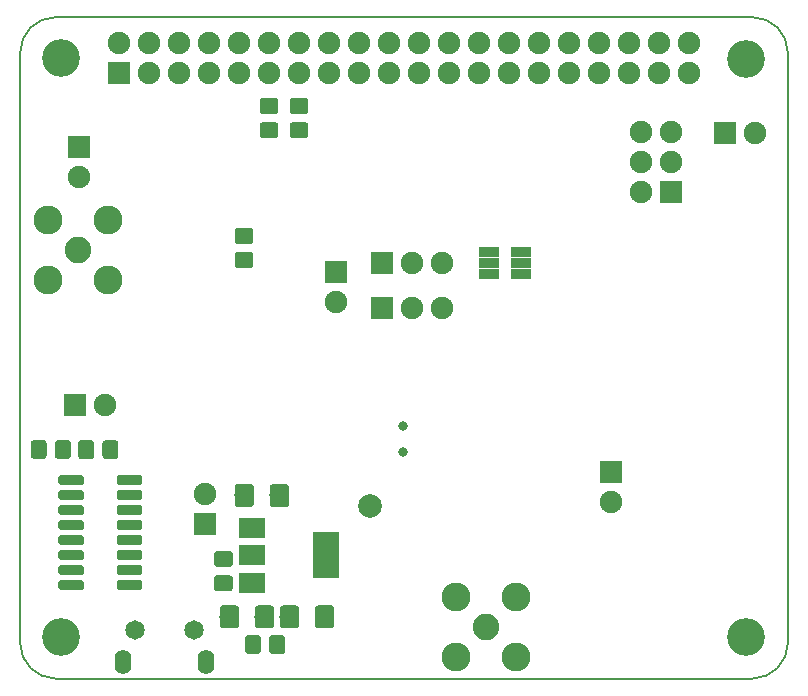
<source format=gbs>
G04 #@! TF.GenerationSoftware,KiCad,Pcbnew,(5.1.4)-1*
G04 #@! TF.CreationDate,2019-11-05T17:53:01+05:30*
G04 #@! TF.ProjectId,RPi Hat RF Transmitter V1,52506920-4861-4742-9052-46205472616e,rev?*
G04 #@! TF.SameCoordinates,Original*
G04 #@! TF.FileFunction,Soldermask,Bot*
G04 #@! TF.FilePolarity,Negative*
%FSLAX46Y46*%
G04 Gerber Fmt 4.6, Leading zero omitted, Abs format (unit mm)*
G04 Created by KiCad (PCBNEW (5.1.4)-1) date 2019-11-05 17:53:01*
%MOMM*%
%LPD*%
G04 APERTURE LIST*
%ADD10C,0.150000*%
%ADD11C,2.000000*%
%ADD12O,1.900000X1.900000*%
%ADD13R,1.900000X1.900000*%
%ADD14R,1.760000X0.850000*%
%ADD15R,2.200000X1.700000*%
%ADD16R,2.200000X4.000000*%
%ADD17C,0.100000*%
%ADD18C,1.350000*%
%ADD19C,0.810000*%
%ADD20C,1.625000*%
%ADD21C,2.450000*%
%ADD22C,2.250000*%
%ADD23C,0.800000*%
%ADD24O,1.400000X2.100000*%
%ADD25C,1.650000*%
%ADD26C,3.200000*%
G04 APERTURE END LIST*
D10*
X78546356Y-63817611D02*
X78546356Y-113817611D01*
X140546356Y-60817611D02*
X81546356Y-60817611D01*
X143546351Y-113822847D02*
X143546356Y-63817611D01*
X81546356Y-116817611D02*
X140546356Y-116817611D01*
X78546356Y-63817611D02*
G75*
G02X81546356Y-60817611I3000000J0D01*
G01*
X140546356Y-60817611D02*
G75*
G02X143546356Y-63817611I0J-3000000D01*
G01*
X81546356Y-116817611D02*
G75*
G02X78546356Y-113817611I0J3000000D01*
G01*
X143546351Y-113822847D02*
G75*
G02X140546356Y-116817611I-2999995J5236D01*
G01*
D11*
X108180000Y-102200000D03*
D12*
X131140000Y-70580000D03*
X133680000Y-70580000D03*
X131140000Y-73120000D03*
X133680000Y-73120000D03*
X131140000Y-75660000D03*
D13*
X133680000Y-75660000D03*
D14*
X120950000Y-81640000D03*
X120950000Y-82590000D03*
X120950000Y-80690000D03*
X118250000Y-80690000D03*
X118250000Y-81640000D03*
X118250000Y-82590000D03*
D15*
X98170000Y-108700000D03*
X98170000Y-104100000D03*
X98170000Y-106400000D03*
D16*
X104470000Y-106400000D03*
D17*
G36*
X96295289Y-108076413D02*
G01*
X96323778Y-108080639D01*
X96351715Y-108087637D01*
X96378832Y-108097340D01*
X96404867Y-108109653D01*
X96429570Y-108124460D01*
X96452703Y-108141616D01*
X96474043Y-108160957D01*
X96493384Y-108182297D01*
X96510540Y-108205430D01*
X96525347Y-108230133D01*
X96537660Y-108256168D01*
X96547363Y-108283285D01*
X96554361Y-108311222D01*
X96558587Y-108339711D01*
X96560000Y-108368477D01*
X96560000Y-109131523D01*
X96558587Y-109160289D01*
X96554361Y-109188778D01*
X96547363Y-109216715D01*
X96537660Y-109243832D01*
X96525347Y-109269867D01*
X96510540Y-109294570D01*
X96493384Y-109317703D01*
X96474043Y-109339043D01*
X96452703Y-109358384D01*
X96429570Y-109375540D01*
X96404867Y-109390347D01*
X96378832Y-109402660D01*
X96351715Y-109412363D01*
X96323778Y-109419361D01*
X96295289Y-109423587D01*
X96266523Y-109425000D01*
X95253477Y-109425000D01*
X95224711Y-109423587D01*
X95196222Y-109419361D01*
X95168285Y-109412363D01*
X95141168Y-109402660D01*
X95115133Y-109390347D01*
X95090430Y-109375540D01*
X95067297Y-109358384D01*
X95045957Y-109339043D01*
X95026616Y-109317703D01*
X95009460Y-109294570D01*
X94994653Y-109269867D01*
X94982340Y-109243832D01*
X94972637Y-109216715D01*
X94965639Y-109188778D01*
X94961413Y-109160289D01*
X94960000Y-109131523D01*
X94960000Y-108368477D01*
X94961413Y-108339711D01*
X94965639Y-108311222D01*
X94972637Y-108283285D01*
X94982340Y-108256168D01*
X94994653Y-108230133D01*
X95009460Y-108205430D01*
X95026616Y-108182297D01*
X95045957Y-108160957D01*
X95067297Y-108141616D01*
X95090430Y-108124460D01*
X95115133Y-108109653D01*
X95141168Y-108097340D01*
X95168285Y-108087637D01*
X95196222Y-108080639D01*
X95224711Y-108076413D01*
X95253477Y-108075000D01*
X96266523Y-108075000D01*
X96295289Y-108076413D01*
X96295289Y-108076413D01*
G37*
D18*
X95760000Y-108750000D03*
D17*
G36*
X96295289Y-106026413D02*
G01*
X96323778Y-106030639D01*
X96351715Y-106037637D01*
X96378832Y-106047340D01*
X96404867Y-106059653D01*
X96429570Y-106074460D01*
X96452703Y-106091616D01*
X96474043Y-106110957D01*
X96493384Y-106132297D01*
X96510540Y-106155430D01*
X96525347Y-106180133D01*
X96537660Y-106206168D01*
X96547363Y-106233285D01*
X96554361Y-106261222D01*
X96558587Y-106289711D01*
X96560000Y-106318477D01*
X96560000Y-107081523D01*
X96558587Y-107110289D01*
X96554361Y-107138778D01*
X96547363Y-107166715D01*
X96537660Y-107193832D01*
X96525347Y-107219867D01*
X96510540Y-107244570D01*
X96493384Y-107267703D01*
X96474043Y-107289043D01*
X96452703Y-107308384D01*
X96429570Y-107325540D01*
X96404867Y-107340347D01*
X96378832Y-107352660D01*
X96351715Y-107362363D01*
X96323778Y-107369361D01*
X96295289Y-107373587D01*
X96266523Y-107375000D01*
X95253477Y-107375000D01*
X95224711Y-107373587D01*
X95196222Y-107369361D01*
X95168285Y-107362363D01*
X95141168Y-107352660D01*
X95115133Y-107340347D01*
X95090430Y-107325540D01*
X95067297Y-107308384D01*
X95045957Y-107289043D01*
X95026616Y-107267703D01*
X95009460Y-107244570D01*
X94994653Y-107219867D01*
X94982340Y-107193832D01*
X94972637Y-107166715D01*
X94965639Y-107138778D01*
X94961413Y-107110289D01*
X94960000Y-107081523D01*
X94960000Y-106318477D01*
X94961413Y-106289711D01*
X94965639Y-106261222D01*
X94972637Y-106233285D01*
X94982340Y-106206168D01*
X94994653Y-106180133D01*
X95009460Y-106155430D01*
X95026616Y-106132297D01*
X95045957Y-106110957D01*
X95067297Y-106091616D01*
X95090430Y-106074460D01*
X95115133Y-106059653D01*
X95141168Y-106047340D01*
X95168285Y-106037637D01*
X95196222Y-106030639D01*
X95224711Y-106026413D01*
X95253477Y-106025000D01*
X96266523Y-106025000D01*
X96295289Y-106026413D01*
X96295289Y-106026413D01*
G37*
D18*
X95760000Y-106700000D03*
D17*
G36*
X98670289Y-113141413D02*
G01*
X98698778Y-113145639D01*
X98726715Y-113152637D01*
X98753832Y-113162340D01*
X98779867Y-113174653D01*
X98804570Y-113189460D01*
X98827703Y-113206616D01*
X98849043Y-113225957D01*
X98868384Y-113247297D01*
X98885540Y-113270430D01*
X98900347Y-113295133D01*
X98912660Y-113321168D01*
X98922363Y-113348285D01*
X98929361Y-113376222D01*
X98933587Y-113404711D01*
X98935000Y-113433477D01*
X98935000Y-114446523D01*
X98933587Y-114475289D01*
X98929361Y-114503778D01*
X98922363Y-114531715D01*
X98912660Y-114558832D01*
X98900347Y-114584867D01*
X98885540Y-114609570D01*
X98868384Y-114632703D01*
X98849043Y-114654043D01*
X98827703Y-114673384D01*
X98804570Y-114690540D01*
X98779867Y-114705347D01*
X98753832Y-114717660D01*
X98726715Y-114727363D01*
X98698778Y-114734361D01*
X98670289Y-114738587D01*
X98641523Y-114740000D01*
X97878477Y-114740000D01*
X97849711Y-114738587D01*
X97821222Y-114734361D01*
X97793285Y-114727363D01*
X97766168Y-114717660D01*
X97740133Y-114705347D01*
X97715430Y-114690540D01*
X97692297Y-114673384D01*
X97670957Y-114654043D01*
X97651616Y-114632703D01*
X97634460Y-114609570D01*
X97619653Y-114584867D01*
X97607340Y-114558832D01*
X97597637Y-114531715D01*
X97590639Y-114503778D01*
X97586413Y-114475289D01*
X97585000Y-114446523D01*
X97585000Y-113433477D01*
X97586413Y-113404711D01*
X97590639Y-113376222D01*
X97597637Y-113348285D01*
X97607340Y-113321168D01*
X97619653Y-113295133D01*
X97634460Y-113270430D01*
X97651616Y-113247297D01*
X97670957Y-113225957D01*
X97692297Y-113206616D01*
X97715430Y-113189460D01*
X97740133Y-113174653D01*
X97766168Y-113162340D01*
X97793285Y-113152637D01*
X97821222Y-113145639D01*
X97849711Y-113141413D01*
X97878477Y-113140000D01*
X98641523Y-113140000D01*
X98670289Y-113141413D01*
X98670289Y-113141413D01*
G37*
D18*
X98260000Y-113940000D03*
D17*
G36*
X100720289Y-113141413D02*
G01*
X100748778Y-113145639D01*
X100776715Y-113152637D01*
X100803832Y-113162340D01*
X100829867Y-113174653D01*
X100854570Y-113189460D01*
X100877703Y-113206616D01*
X100899043Y-113225957D01*
X100918384Y-113247297D01*
X100935540Y-113270430D01*
X100950347Y-113295133D01*
X100962660Y-113321168D01*
X100972363Y-113348285D01*
X100979361Y-113376222D01*
X100983587Y-113404711D01*
X100985000Y-113433477D01*
X100985000Y-114446523D01*
X100983587Y-114475289D01*
X100979361Y-114503778D01*
X100972363Y-114531715D01*
X100962660Y-114558832D01*
X100950347Y-114584867D01*
X100935540Y-114609570D01*
X100918384Y-114632703D01*
X100899043Y-114654043D01*
X100877703Y-114673384D01*
X100854570Y-114690540D01*
X100829867Y-114705347D01*
X100803832Y-114717660D01*
X100776715Y-114727363D01*
X100748778Y-114734361D01*
X100720289Y-114738587D01*
X100691523Y-114740000D01*
X99928477Y-114740000D01*
X99899711Y-114738587D01*
X99871222Y-114734361D01*
X99843285Y-114727363D01*
X99816168Y-114717660D01*
X99790133Y-114705347D01*
X99765430Y-114690540D01*
X99742297Y-114673384D01*
X99720957Y-114654043D01*
X99701616Y-114632703D01*
X99684460Y-114609570D01*
X99669653Y-114584867D01*
X99657340Y-114558832D01*
X99647637Y-114531715D01*
X99640639Y-114503778D01*
X99636413Y-114475289D01*
X99635000Y-114446523D01*
X99635000Y-113433477D01*
X99636413Y-113404711D01*
X99640639Y-113376222D01*
X99647637Y-113348285D01*
X99657340Y-113321168D01*
X99669653Y-113295133D01*
X99684460Y-113270430D01*
X99701616Y-113247297D01*
X99720957Y-113225957D01*
X99742297Y-113206616D01*
X99765430Y-113189460D01*
X99790133Y-113174653D01*
X99816168Y-113162340D01*
X99843285Y-113152637D01*
X99871222Y-113145639D01*
X99899711Y-113141413D01*
X99928477Y-113140000D01*
X100691523Y-113140000D01*
X100720289Y-113141413D01*
X100720289Y-113141413D01*
G37*
D18*
X100310000Y-113940000D03*
D17*
G36*
X84550289Y-96641413D02*
G01*
X84578778Y-96645639D01*
X84606715Y-96652637D01*
X84633832Y-96662340D01*
X84659867Y-96674653D01*
X84684570Y-96689460D01*
X84707703Y-96706616D01*
X84729043Y-96725957D01*
X84748384Y-96747297D01*
X84765540Y-96770430D01*
X84780347Y-96795133D01*
X84792660Y-96821168D01*
X84802363Y-96848285D01*
X84809361Y-96876222D01*
X84813587Y-96904711D01*
X84815000Y-96933477D01*
X84815000Y-97946523D01*
X84813587Y-97975289D01*
X84809361Y-98003778D01*
X84802363Y-98031715D01*
X84792660Y-98058832D01*
X84780347Y-98084867D01*
X84765540Y-98109570D01*
X84748384Y-98132703D01*
X84729043Y-98154043D01*
X84707703Y-98173384D01*
X84684570Y-98190540D01*
X84659867Y-98205347D01*
X84633832Y-98217660D01*
X84606715Y-98227363D01*
X84578778Y-98234361D01*
X84550289Y-98238587D01*
X84521523Y-98240000D01*
X83758477Y-98240000D01*
X83729711Y-98238587D01*
X83701222Y-98234361D01*
X83673285Y-98227363D01*
X83646168Y-98217660D01*
X83620133Y-98205347D01*
X83595430Y-98190540D01*
X83572297Y-98173384D01*
X83550957Y-98154043D01*
X83531616Y-98132703D01*
X83514460Y-98109570D01*
X83499653Y-98084867D01*
X83487340Y-98058832D01*
X83477637Y-98031715D01*
X83470639Y-98003778D01*
X83466413Y-97975289D01*
X83465000Y-97946523D01*
X83465000Y-96933477D01*
X83466413Y-96904711D01*
X83470639Y-96876222D01*
X83477637Y-96848285D01*
X83487340Y-96821168D01*
X83499653Y-96795133D01*
X83514460Y-96770430D01*
X83531616Y-96747297D01*
X83550957Y-96725957D01*
X83572297Y-96706616D01*
X83595430Y-96689460D01*
X83620133Y-96674653D01*
X83646168Y-96662340D01*
X83673285Y-96652637D01*
X83701222Y-96645639D01*
X83729711Y-96641413D01*
X83758477Y-96640000D01*
X84521523Y-96640000D01*
X84550289Y-96641413D01*
X84550289Y-96641413D01*
G37*
D18*
X84140000Y-97440000D03*
D17*
G36*
X86600289Y-96641413D02*
G01*
X86628778Y-96645639D01*
X86656715Y-96652637D01*
X86683832Y-96662340D01*
X86709867Y-96674653D01*
X86734570Y-96689460D01*
X86757703Y-96706616D01*
X86779043Y-96725957D01*
X86798384Y-96747297D01*
X86815540Y-96770430D01*
X86830347Y-96795133D01*
X86842660Y-96821168D01*
X86852363Y-96848285D01*
X86859361Y-96876222D01*
X86863587Y-96904711D01*
X86865000Y-96933477D01*
X86865000Y-97946523D01*
X86863587Y-97975289D01*
X86859361Y-98003778D01*
X86852363Y-98031715D01*
X86842660Y-98058832D01*
X86830347Y-98084867D01*
X86815540Y-98109570D01*
X86798384Y-98132703D01*
X86779043Y-98154043D01*
X86757703Y-98173384D01*
X86734570Y-98190540D01*
X86709867Y-98205347D01*
X86683832Y-98217660D01*
X86656715Y-98227363D01*
X86628778Y-98234361D01*
X86600289Y-98238587D01*
X86571523Y-98240000D01*
X85808477Y-98240000D01*
X85779711Y-98238587D01*
X85751222Y-98234361D01*
X85723285Y-98227363D01*
X85696168Y-98217660D01*
X85670133Y-98205347D01*
X85645430Y-98190540D01*
X85622297Y-98173384D01*
X85600957Y-98154043D01*
X85581616Y-98132703D01*
X85564460Y-98109570D01*
X85549653Y-98084867D01*
X85537340Y-98058832D01*
X85527637Y-98031715D01*
X85520639Y-98003778D01*
X85516413Y-97975289D01*
X85515000Y-97946523D01*
X85515000Y-96933477D01*
X85516413Y-96904711D01*
X85520639Y-96876222D01*
X85527637Y-96848285D01*
X85537340Y-96821168D01*
X85549653Y-96795133D01*
X85564460Y-96770430D01*
X85581616Y-96747297D01*
X85600957Y-96725957D01*
X85622297Y-96706616D01*
X85645430Y-96689460D01*
X85670133Y-96674653D01*
X85696168Y-96662340D01*
X85723285Y-96652637D01*
X85751222Y-96645639D01*
X85779711Y-96641413D01*
X85808477Y-96640000D01*
X86571523Y-96640000D01*
X86600289Y-96641413D01*
X86600289Y-96641413D01*
G37*
D18*
X86190000Y-97440000D03*
D17*
G36*
X102695289Y-69711413D02*
G01*
X102723778Y-69715639D01*
X102751715Y-69722637D01*
X102778832Y-69732340D01*
X102804867Y-69744653D01*
X102829570Y-69759460D01*
X102852703Y-69776616D01*
X102874043Y-69795957D01*
X102893384Y-69817297D01*
X102910540Y-69840430D01*
X102925347Y-69865133D01*
X102937660Y-69891168D01*
X102947363Y-69918285D01*
X102954361Y-69946222D01*
X102958587Y-69974711D01*
X102960000Y-70003477D01*
X102960000Y-70766523D01*
X102958587Y-70795289D01*
X102954361Y-70823778D01*
X102947363Y-70851715D01*
X102937660Y-70878832D01*
X102925347Y-70904867D01*
X102910540Y-70929570D01*
X102893384Y-70952703D01*
X102874043Y-70974043D01*
X102852703Y-70993384D01*
X102829570Y-71010540D01*
X102804867Y-71025347D01*
X102778832Y-71037660D01*
X102751715Y-71047363D01*
X102723778Y-71054361D01*
X102695289Y-71058587D01*
X102666523Y-71060000D01*
X101653477Y-71060000D01*
X101624711Y-71058587D01*
X101596222Y-71054361D01*
X101568285Y-71047363D01*
X101541168Y-71037660D01*
X101515133Y-71025347D01*
X101490430Y-71010540D01*
X101467297Y-70993384D01*
X101445957Y-70974043D01*
X101426616Y-70952703D01*
X101409460Y-70929570D01*
X101394653Y-70904867D01*
X101382340Y-70878832D01*
X101372637Y-70851715D01*
X101365639Y-70823778D01*
X101361413Y-70795289D01*
X101360000Y-70766523D01*
X101360000Y-70003477D01*
X101361413Y-69974711D01*
X101365639Y-69946222D01*
X101372637Y-69918285D01*
X101382340Y-69891168D01*
X101394653Y-69865133D01*
X101409460Y-69840430D01*
X101426616Y-69817297D01*
X101445957Y-69795957D01*
X101467297Y-69776616D01*
X101490430Y-69759460D01*
X101515133Y-69744653D01*
X101541168Y-69732340D01*
X101568285Y-69722637D01*
X101596222Y-69715639D01*
X101624711Y-69711413D01*
X101653477Y-69710000D01*
X102666523Y-69710000D01*
X102695289Y-69711413D01*
X102695289Y-69711413D01*
G37*
D18*
X102160000Y-70385000D03*
D17*
G36*
X102695289Y-67661413D02*
G01*
X102723778Y-67665639D01*
X102751715Y-67672637D01*
X102778832Y-67682340D01*
X102804867Y-67694653D01*
X102829570Y-67709460D01*
X102852703Y-67726616D01*
X102874043Y-67745957D01*
X102893384Y-67767297D01*
X102910540Y-67790430D01*
X102925347Y-67815133D01*
X102937660Y-67841168D01*
X102947363Y-67868285D01*
X102954361Y-67896222D01*
X102958587Y-67924711D01*
X102960000Y-67953477D01*
X102960000Y-68716523D01*
X102958587Y-68745289D01*
X102954361Y-68773778D01*
X102947363Y-68801715D01*
X102937660Y-68828832D01*
X102925347Y-68854867D01*
X102910540Y-68879570D01*
X102893384Y-68902703D01*
X102874043Y-68924043D01*
X102852703Y-68943384D01*
X102829570Y-68960540D01*
X102804867Y-68975347D01*
X102778832Y-68987660D01*
X102751715Y-68997363D01*
X102723778Y-69004361D01*
X102695289Y-69008587D01*
X102666523Y-69010000D01*
X101653477Y-69010000D01*
X101624711Y-69008587D01*
X101596222Y-69004361D01*
X101568285Y-68997363D01*
X101541168Y-68987660D01*
X101515133Y-68975347D01*
X101490430Y-68960540D01*
X101467297Y-68943384D01*
X101445957Y-68924043D01*
X101426616Y-68902703D01*
X101409460Y-68879570D01*
X101394653Y-68854867D01*
X101382340Y-68828832D01*
X101372637Y-68801715D01*
X101365639Y-68773778D01*
X101361413Y-68745289D01*
X101360000Y-68716523D01*
X101360000Y-67953477D01*
X101361413Y-67924711D01*
X101365639Y-67896222D01*
X101372637Y-67868285D01*
X101382340Y-67841168D01*
X101394653Y-67815133D01*
X101409460Y-67790430D01*
X101426616Y-67767297D01*
X101445957Y-67745957D01*
X101467297Y-67726616D01*
X101490430Y-67709460D01*
X101515133Y-67694653D01*
X101541168Y-67682340D01*
X101568285Y-67672637D01*
X101596222Y-67665639D01*
X101624711Y-67661413D01*
X101653477Y-67660000D01*
X102666523Y-67660000D01*
X102695289Y-67661413D01*
X102695289Y-67661413D01*
G37*
D18*
X102160000Y-68335000D03*
D17*
G36*
X100155289Y-69711413D02*
G01*
X100183778Y-69715639D01*
X100211715Y-69722637D01*
X100238832Y-69732340D01*
X100264867Y-69744653D01*
X100289570Y-69759460D01*
X100312703Y-69776616D01*
X100334043Y-69795957D01*
X100353384Y-69817297D01*
X100370540Y-69840430D01*
X100385347Y-69865133D01*
X100397660Y-69891168D01*
X100407363Y-69918285D01*
X100414361Y-69946222D01*
X100418587Y-69974711D01*
X100420000Y-70003477D01*
X100420000Y-70766523D01*
X100418587Y-70795289D01*
X100414361Y-70823778D01*
X100407363Y-70851715D01*
X100397660Y-70878832D01*
X100385347Y-70904867D01*
X100370540Y-70929570D01*
X100353384Y-70952703D01*
X100334043Y-70974043D01*
X100312703Y-70993384D01*
X100289570Y-71010540D01*
X100264867Y-71025347D01*
X100238832Y-71037660D01*
X100211715Y-71047363D01*
X100183778Y-71054361D01*
X100155289Y-71058587D01*
X100126523Y-71060000D01*
X99113477Y-71060000D01*
X99084711Y-71058587D01*
X99056222Y-71054361D01*
X99028285Y-71047363D01*
X99001168Y-71037660D01*
X98975133Y-71025347D01*
X98950430Y-71010540D01*
X98927297Y-70993384D01*
X98905957Y-70974043D01*
X98886616Y-70952703D01*
X98869460Y-70929570D01*
X98854653Y-70904867D01*
X98842340Y-70878832D01*
X98832637Y-70851715D01*
X98825639Y-70823778D01*
X98821413Y-70795289D01*
X98820000Y-70766523D01*
X98820000Y-70003477D01*
X98821413Y-69974711D01*
X98825639Y-69946222D01*
X98832637Y-69918285D01*
X98842340Y-69891168D01*
X98854653Y-69865133D01*
X98869460Y-69840430D01*
X98886616Y-69817297D01*
X98905957Y-69795957D01*
X98927297Y-69776616D01*
X98950430Y-69759460D01*
X98975133Y-69744653D01*
X99001168Y-69732340D01*
X99028285Y-69722637D01*
X99056222Y-69715639D01*
X99084711Y-69711413D01*
X99113477Y-69710000D01*
X100126523Y-69710000D01*
X100155289Y-69711413D01*
X100155289Y-69711413D01*
G37*
D18*
X99620000Y-70385000D03*
D17*
G36*
X100155289Y-67661413D02*
G01*
X100183778Y-67665639D01*
X100211715Y-67672637D01*
X100238832Y-67682340D01*
X100264867Y-67694653D01*
X100289570Y-67709460D01*
X100312703Y-67726616D01*
X100334043Y-67745957D01*
X100353384Y-67767297D01*
X100370540Y-67790430D01*
X100385347Y-67815133D01*
X100397660Y-67841168D01*
X100407363Y-67868285D01*
X100414361Y-67896222D01*
X100418587Y-67924711D01*
X100420000Y-67953477D01*
X100420000Y-68716523D01*
X100418587Y-68745289D01*
X100414361Y-68773778D01*
X100407363Y-68801715D01*
X100397660Y-68828832D01*
X100385347Y-68854867D01*
X100370540Y-68879570D01*
X100353384Y-68902703D01*
X100334043Y-68924043D01*
X100312703Y-68943384D01*
X100289570Y-68960540D01*
X100264867Y-68975347D01*
X100238832Y-68987660D01*
X100211715Y-68997363D01*
X100183778Y-69004361D01*
X100155289Y-69008587D01*
X100126523Y-69010000D01*
X99113477Y-69010000D01*
X99084711Y-69008587D01*
X99056222Y-69004361D01*
X99028285Y-68997363D01*
X99001168Y-68987660D01*
X98975133Y-68975347D01*
X98950430Y-68960540D01*
X98927297Y-68943384D01*
X98905957Y-68924043D01*
X98886616Y-68902703D01*
X98869460Y-68879570D01*
X98854653Y-68854867D01*
X98842340Y-68828832D01*
X98832637Y-68801715D01*
X98825639Y-68773778D01*
X98821413Y-68745289D01*
X98820000Y-68716523D01*
X98820000Y-67953477D01*
X98821413Y-67924711D01*
X98825639Y-67896222D01*
X98832637Y-67868285D01*
X98842340Y-67841168D01*
X98854653Y-67815133D01*
X98869460Y-67790430D01*
X98886616Y-67767297D01*
X98905957Y-67745957D01*
X98927297Y-67726616D01*
X98950430Y-67709460D01*
X98975133Y-67694653D01*
X99001168Y-67682340D01*
X99028285Y-67672637D01*
X99056222Y-67665639D01*
X99084711Y-67661413D01*
X99113477Y-67660000D01*
X100126523Y-67660000D01*
X100155289Y-67661413D01*
X100155289Y-67661413D01*
G37*
D18*
X99620000Y-68335000D03*
D17*
G36*
X98035289Y-80711413D02*
G01*
X98063778Y-80715639D01*
X98091715Y-80722637D01*
X98118832Y-80732340D01*
X98144867Y-80744653D01*
X98169570Y-80759460D01*
X98192703Y-80776616D01*
X98214043Y-80795957D01*
X98233384Y-80817297D01*
X98250540Y-80840430D01*
X98265347Y-80865133D01*
X98277660Y-80891168D01*
X98287363Y-80918285D01*
X98294361Y-80946222D01*
X98298587Y-80974711D01*
X98300000Y-81003477D01*
X98300000Y-81766523D01*
X98298587Y-81795289D01*
X98294361Y-81823778D01*
X98287363Y-81851715D01*
X98277660Y-81878832D01*
X98265347Y-81904867D01*
X98250540Y-81929570D01*
X98233384Y-81952703D01*
X98214043Y-81974043D01*
X98192703Y-81993384D01*
X98169570Y-82010540D01*
X98144867Y-82025347D01*
X98118832Y-82037660D01*
X98091715Y-82047363D01*
X98063778Y-82054361D01*
X98035289Y-82058587D01*
X98006523Y-82060000D01*
X96993477Y-82060000D01*
X96964711Y-82058587D01*
X96936222Y-82054361D01*
X96908285Y-82047363D01*
X96881168Y-82037660D01*
X96855133Y-82025347D01*
X96830430Y-82010540D01*
X96807297Y-81993384D01*
X96785957Y-81974043D01*
X96766616Y-81952703D01*
X96749460Y-81929570D01*
X96734653Y-81904867D01*
X96722340Y-81878832D01*
X96712637Y-81851715D01*
X96705639Y-81823778D01*
X96701413Y-81795289D01*
X96700000Y-81766523D01*
X96700000Y-81003477D01*
X96701413Y-80974711D01*
X96705639Y-80946222D01*
X96712637Y-80918285D01*
X96722340Y-80891168D01*
X96734653Y-80865133D01*
X96749460Y-80840430D01*
X96766616Y-80817297D01*
X96785957Y-80795957D01*
X96807297Y-80776616D01*
X96830430Y-80759460D01*
X96855133Y-80744653D01*
X96881168Y-80732340D01*
X96908285Y-80722637D01*
X96936222Y-80715639D01*
X96964711Y-80711413D01*
X96993477Y-80710000D01*
X98006523Y-80710000D01*
X98035289Y-80711413D01*
X98035289Y-80711413D01*
G37*
D18*
X97500000Y-81385000D03*
D17*
G36*
X98035289Y-78661413D02*
G01*
X98063778Y-78665639D01*
X98091715Y-78672637D01*
X98118832Y-78682340D01*
X98144867Y-78694653D01*
X98169570Y-78709460D01*
X98192703Y-78726616D01*
X98214043Y-78745957D01*
X98233384Y-78767297D01*
X98250540Y-78790430D01*
X98265347Y-78815133D01*
X98277660Y-78841168D01*
X98287363Y-78868285D01*
X98294361Y-78896222D01*
X98298587Y-78924711D01*
X98300000Y-78953477D01*
X98300000Y-79716523D01*
X98298587Y-79745289D01*
X98294361Y-79773778D01*
X98287363Y-79801715D01*
X98277660Y-79828832D01*
X98265347Y-79854867D01*
X98250540Y-79879570D01*
X98233384Y-79902703D01*
X98214043Y-79924043D01*
X98192703Y-79943384D01*
X98169570Y-79960540D01*
X98144867Y-79975347D01*
X98118832Y-79987660D01*
X98091715Y-79997363D01*
X98063778Y-80004361D01*
X98035289Y-80008587D01*
X98006523Y-80010000D01*
X96993477Y-80010000D01*
X96964711Y-80008587D01*
X96936222Y-80004361D01*
X96908285Y-79997363D01*
X96881168Y-79987660D01*
X96855133Y-79975347D01*
X96830430Y-79960540D01*
X96807297Y-79943384D01*
X96785957Y-79924043D01*
X96766616Y-79902703D01*
X96749460Y-79879570D01*
X96734653Y-79854867D01*
X96722340Y-79828832D01*
X96712637Y-79801715D01*
X96705639Y-79773778D01*
X96701413Y-79745289D01*
X96700000Y-79716523D01*
X96700000Y-78953477D01*
X96701413Y-78924711D01*
X96705639Y-78896222D01*
X96712637Y-78868285D01*
X96722340Y-78841168D01*
X96734653Y-78815133D01*
X96749460Y-78790430D01*
X96766616Y-78767297D01*
X96785957Y-78745957D01*
X96807297Y-78726616D01*
X96830430Y-78709460D01*
X96855133Y-78694653D01*
X96881168Y-78682340D01*
X96908285Y-78672637D01*
X96936222Y-78665639D01*
X96964711Y-78661413D01*
X96993477Y-78660000D01*
X98006523Y-78660000D01*
X98035289Y-78661413D01*
X98035289Y-78661413D01*
G37*
D18*
X97500000Y-79335000D03*
D12*
X105320000Y-84980000D03*
D13*
X105320000Y-82440000D03*
D12*
X83500000Y-74380000D03*
D13*
X83500000Y-71840000D03*
D19*
X110960000Y-95415000D03*
X110960000Y-97625000D03*
D17*
G36*
X101907856Y-110626373D02*
G01*
X101935530Y-110630478D01*
X101962669Y-110637276D01*
X101989010Y-110646701D01*
X102014302Y-110658663D01*
X102038298Y-110673046D01*
X102060770Y-110689712D01*
X102081500Y-110708500D01*
X102100288Y-110729230D01*
X102116954Y-110751702D01*
X102131337Y-110775698D01*
X102143299Y-110800990D01*
X102152724Y-110827331D01*
X102159522Y-110854470D01*
X102163627Y-110882144D01*
X102165000Y-110910088D01*
X102165000Y-112289912D01*
X102163627Y-112317856D01*
X102159522Y-112345530D01*
X102152724Y-112372669D01*
X102143299Y-112399010D01*
X102131337Y-112424302D01*
X102116954Y-112448298D01*
X102100288Y-112470770D01*
X102081500Y-112491500D01*
X102060770Y-112510288D01*
X102038298Y-112526954D01*
X102014302Y-112541337D01*
X101989010Y-112553299D01*
X101962669Y-112562724D01*
X101935530Y-112569522D01*
X101907856Y-112573627D01*
X101879912Y-112575000D01*
X100825088Y-112575000D01*
X100797144Y-112573627D01*
X100769470Y-112569522D01*
X100742331Y-112562724D01*
X100715990Y-112553299D01*
X100690698Y-112541337D01*
X100666702Y-112526954D01*
X100644230Y-112510288D01*
X100623500Y-112491500D01*
X100604712Y-112470770D01*
X100588046Y-112448298D01*
X100573663Y-112424302D01*
X100561701Y-112399010D01*
X100552276Y-112372669D01*
X100545478Y-112345530D01*
X100541373Y-112317856D01*
X100540000Y-112289912D01*
X100540000Y-110910088D01*
X100541373Y-110882144D01*
X100545478Y-110854470D01*
X100552276Y-110827331D01*
X100561701Y-110800990D01*
X100573663Y-110775698D01*
X100588046Y-110751702D01*
X100604712Y-110729230D01*
X100623500Y-110708500D01*
X100644230Y-110689712D01*
X100666702Y-110673046D01*
X100690698Y-110658663D01*
X100715990Y-110646701D01*
X100742331Y-110637276D01*
X100769470Y-110630478D01*
X100797144Y-110626373D01*
X100825088Y-110625000D01*
X101879912Y-110625000D01*
X101907856Y-110626373D01*
X101907856Y-110626373D01*
G37*
D20*
X101352500Y-111600000D03*
D17*
G36*
X104882856Y-110626373D02*
G01*
X104910530Y-110630478D01*
X104937669Y-110637276D01*
X104964010Y-110646701D01*
X104989302Y-110658663D01*
X105013298Y-110673046D01*
X105035770Y-110689712D01*
X105056500Y-110708500D01*
X105075288Y-110729230D01*
X105091954Y-110751702D01*
X105106337Y-110775698D01*
X105118299Y-110800990D01*
X105127724Y-110827331D01*
X105134522Y-110854470D01*
X105138627Y-110882144D01*
X105140000Y-110910088D01*
X105140000Y-112289912D01*
X105138627Y-112317856D01*
X105134522Y-112345530D01*
X105127724Y-112372669D01*
X105118299Y-112399010D01*
X105106337Y-112424302D01*
X105091954Y-112448298D01*
X105075288Y-112470770D01*
X105056500Y-112491500D01*
X105035770Y-112510288D01*
X105013298Y-112526954D01*
X104989302Y-112541337D01*
X104964010Y-112553299D01*
X104937669Y-112562724D01*
X104910530Y-112569522D01*
X104882856Y-112573627D01*
X104854912Y-112575000D01*
X103800088Y-112575000D01*
X103772144Y-112573627D01*
X103744470Y-112569522D01*
X103717331Y-112562724D01*
X103690990Y-112553299D01*
X103665698Y-112541337D01*
X103641702Y-112526954D01*
X103619230Y-112510288D01*
X103598500Y-112491500D01*
X103579712Y-112470770D01*
X103563046Y-112448298D01*
X103548663Y-112424302D01*
X103536701Y-112399010D01*
X103527276Y-112372669D01*
X103520478Y-112345530D01*
X103516373Y-112317856D01*
X103515000Y-112289912D01*
X103515000Y-110910088D01*
X103516373Y-110882144D01*
X103520478Y-110854470D01*
X103527276Y-110827331D01*
X103536701Y-110800990D01*
X103548663Y-110775698D01*
X103563046Y-110751702D01*
X103579712Y-110729230D01*
X103598500Y-110708500D01*
X103619230Y-110689712D01*
X103641702Y-110673046D01*
X103665698Y-110658663D01*
X103690990Y-110646701D01*
X103717331Y-110637276D01*
X103744470Y-110630478D01*
X103772144Y-110626373D01*
X103800088Y-110625000D01*
X104854912Y-110625000D01*
X104882856Y-110626373D01*
X104882856Y-110626373D01*
G37*
D20*
X104327500Y-111600000D03*
D17*
G36*
X99782856Y-110626373D02*
G01*
X99810530Y-110630478D01*
X99837669Y-110637276D01*
X99864010Y-110646701D01*
X99889302Y-110658663D01*
X99913298Y-110673046D01*
X99935770Y-110689712D01*
X99956500Y-110708500D01*
X99975288Y-110729230D01*
X99991954Y-110751702D01*
X100006337Y-110775698D01*
X100018299Y-110800990D01*
X100027724Y-110827331D01*
X100034522Y-110854470D01*
X100038627Y-110882144D01*
X100040000Y-110910088D01*
X100040000Y-112289912D01*
X100038627Y-112317856D01*
X100034522Y-112345530D01*
X100027724Y-112372669D01*
X100018299Y-112399010D01*
X100006337Y-112424302D01*
X99991954Y-112448298D01*
X99975288Y-112470770D01*
X99956500Y-112491500D01*
X99935770Y-112510288D01*
X99913298Y-112526954D01*
X99889302Y-112541337D01*
X99864010Y-112553299D01*
X99837669Y-112562724D01*
X99810530Y-112569522D01*
X99782856Y-112573627D01*
X99754912Y-112575000D01*
X98700088Y-112575000D01*
X98672144Y-112573627D01*
X98644470Y-112569522D01*
X98617331Y-112562724D01*
X98590990Y-112553299D01*
X98565698Y-112541337D01*
X98541702Y-112526954D01*
X98519230Y-112510288D01*
X98498500Y-112491500D01*
X98479712Y-112470770D01*
X98463046Y-112448298D01*
X98448663Y-112424302D01*
X98436701Y-112399010D01*
X98427276Y-112372669D01*
X98420478Y-112345530D01*
X98416373Y-112317856D01*
X98415000Y-112289912D01*
X98415000Y-110910088D01*
X98416373Y-110882144D01*
X98420478Y-110854470D01*
X98427276Y-110827331D01*
X98436701Y-110800990D01*
X98448663Y-110775698D01*
X98463046Y-110751702D01*
X98479712Y-110729230D01*
X98498500Y-110708500D01*
X98519230Y-110689712D01*
X98541702Y-110673046D01*
X98565698Y-110658663D01*
X98590990Y-110646701D01*
X98617331Y-110637276D01*
X98644470Y-110630478D01*
X98672144Y-110626373D01*
X98700088Y-110625000D01*
X99754912Y-110625000D01*
X99782856Y-110626373D01*
X99782856Y-110626373D01*
G37*
D20*
X99227500Y-111600000D03*
D17*
G36*
X96807856Y-110626373D02*
G01*
X96835530Y-110630478D01*
X96862669Y-110637276D01*
X96889010Y-110646701D01*
X96914302Y-110658663D01*
X96938298Y-110673046D01*
X96960770Y-110689712D01*
X96981500Y-110708500D01*
X97000288Y-110729230D01*
X97016954Y-110751702D01*
X97031337Y-110775698D01*
X97043299Y-110800990D01*
X97052724Y-110827331D01*
X97059522Y-110854470D01*
X97063627Y-110882144D01*
X97065000Y-110910088D01*
X97065000Y-112289912D01*
X97063627Y-112317856D01*
X97059522Y-112345530D01*
X97052724Y-112372669D01*
X97043299Y-112399010D01*
X97031337Y-112424302D01*
X97016954Y-112448298D01*
X97000288Y-112470770D01*
X96981500Y-112491500D01*
X96960770Y-112510288D01*
X96938298Y-112526954D01*
X96914302Y-112541337D01*
X96889010Y-112553299D01*
X96862669Y-112562724D01*
X96835530Y-112569522D01*
X96807856Y-112573627D01*
X96779912Y-112575000D01*
X95725088Y-112575000D01*
X95697144Y-112573627D01*
X95669470Y-112569522D01*
X95642331Y-112562724D01*
X95615990Y-112553299D01*
X95590698Y-112541337D01*
X95566702Y-112526954D01*
X95544230Y-112510288D01*
X95523500Y-112491500D01*
X95504712Y-112470770D01*
X95488046Y-112448298D01*
X95473663Y-112424302D01*
X95461701Y-112399010D01*
X95452276Y-112372669D01*
X95445478Y-112345530D01*
X95441373Y-112317856D01*
X95440000Y-112289912D01*
X95440000Y-110910088D01*
X95441373Y-110882144D01*
X95445478Y-110854470D01*
X95452276Y-110827331D01*
X95461701Y-110800990D01*
X95473663Y-110775698D01*
X95488046Y-110751702D01*
X95504712Y-110729230D01*
X95523500Y-110708500D01*
X95544230Y-110689712D01*
X95566702Y-110673046D01*
X95590698Y-110658663D01*
X95615990Y-110646701D01*
X95642331Y-110637276D01*
X95669470Y-110630478D01*
X95697144Y-110626373D01*
X95725088Y-110625000D01*
X96779912Y-110625000D01*
X96807856Y-110626373D01*
X96807856Y-110626373D01*
G37*
D20*
X96252500Y-111600000D03*
D17*
G36*
X101055356Y-100346373D02*
G01*
X101083030Y-100350478D01*
X101110169Y-100357276D01*
X101136510Y-100366701D01*
X101161802Y-100378663D01*
X101185798Y-100393046D01*
X101208270Y-100409712D01*
X101229000Y-100428500D01*
X101247788Y-100449230D01*
X101264454Y-100471702D01*
X101278837Y-100495698D01*
X101290799Y-100520990D01*
X101300224Y-100547331D01*
X101307022Y-100574470D01*
X101311127Y-100602144D01*
X101312500Y-100630088D01*
X101312500Y-102009912D01*
X101311127Y-102037856D01*
X101307022Y-102065530D01*
X101300224Y-102092669D01*
X101290799Y-102119010D01*
X101278837Y-102144302D01*
X101264454Y-102168298D01*
X101247788Y-102190770D01*
X101229000Y-102211500D01*
X101208270Y-102230288D01*
X101185798Y-102246954D01*
X101161802Y-102261337D01*
X101136510Y-102273299D01*
X101110169Y-102282724D01*
X101083030Y-102289522D01*
X101055356Y-102293627D01*
X101027412Y-102295000D01*
X99972588Y-102295000D01*
X99944644Y-102293627D01*
X99916970Y-102289522D01*
X99889831Y-102282724D01*
X99863490Y-102273299D01*
X99838198Y-102261337D01*
X99814202Y-102246954D01*
X99791730Y-102230288D01*
X99771000Y-102211500D01*
X99752212Y-102190770D01*
X99735546Y-102168298D01*
X99721163Y-102144302D01*
X99709201Y-102119010D01*
X99699776Y-102092669D01*
X99692978Y-102065530D01*
X99688873Y-102037856D01*
X99687500Y-102009912D01*
X99687500Y-100630088D01*
X99688873Y-100602144D01*
X99692978Y-100574470D01*
X99699776Y-100547331D01*
X99709201Y-100520990D01*
X99721163Y-100495698D01*
X99735546Y-100471702D01*
X99752212Y-100449230D01*
X99771000Y-100428500D01*
X99791730Y-100409712D01*
X99814202Y-100393046D01*
X99838198Y-100378663D01*
X99863490Y-100366701D01*
X99889831Y-100357276D01*
X99916970Y-100350478D01*
X99944644Y-100346373D01*
X99972588Y-100345000D01*
X101027412Y-100345000D01*
X101055356Y-100346373D01*
X101055356Y-100346373D01*
G37*
D20*
X100500000Y-101320000D03*
D17*
G36*
X98080356Y-100346373D02*
G01*
X98108030Y-100350478D01*
X98135169Y-100357276D01*
X98161510Y-100366701D01*
X98186802Y-100378663D01*
X98210798Y-100393046D01*
X98233270Y-100409712D01*
X98254000Y-100428500D01*
X98272788Y-100449230D01*
X98289454Y-100471702D01*
X98303837Y-100495698D01*
X98315799Y-100520990D01*
X98325224Y-100547331D01*
X98332022Y-100574470D01*
X98336127Y-100602144D01*
X98337500Y-100630088D01*
X98337500Y-102009912D01*
X98336127Y-102037856D01*
X98332022Y-102065530D01*
X98325224Y-102092669D01*
X98315799Y-102119010D01*
X98303837Y-102144302D01*
X98289454Y-102168298D01*
X98272788Y-102190770D01*
X98254000Y-102211500D01*
X98233270Y-102230288D01*
X98210798Y-102246954D01*
X98186802Y-102261337D01*
X98161510Y-102273299D01*
X98135169Y-102282724D01*
X98108030Y-102289522D01*
X98080356Y-102293627D01*
X98052412Y-102295000D01*
X96997588Y-102295000D01*
X96969644Y-102293627D01*
X96941970Y-102289522D01*
X96914831Y-102282724D01*
X96888490Y-102273299D01*
X96863198Y-102261337D01*
X96839202Y-102246954D01*
X96816730Y-102230288D01*
X96796000Y-102211500D01*
X96777212Y-102190770D01*
X96760546Y-102168298D01*
X96746163Y-102144302D01*
X96734201Y-102119010D01*
X96724776Y-102092669D01*
X96717978Y-102065530D01*
X96713873Y-102037856D01*
X96712500Y-102009912D01*
X96712500Y-100630088D01*
X96713873Y-100602144D01*
X96717978Y-100574470D01*
X96724776Y-100547331D01*
X96734201Y-100520990D01*
X96746163Y-100495698D01*
X96760546Y-100471702D01*
X96777212Y-100449230D01*
X96796000Y-100428500D01*
X96816730Y-100409712D01*
X96839202Y-100393046D01*
X96863198Y-100378663D01*
X96888490Y-100366701D01*
X96914831Y-100357276D01*
X96941970Y-100350478D01*
X96969644Y-100346373D01*
X96997588Y-100345000D01*
X98052412Y-100345000D01*
X98080356Y-100346373D01*
X98080356Y-100346373D01*
G37*
D20*
X97525000Y-101320000D03*
D21*
X120523000Y-114998500D03*
X115443000Y-114998500D03*
X115443000Y-109918500D03*
X120523000Y-109918500D03*
D22*
X117983000Y-112458500D03*
D21*
X80937000Y-83038500D03*
X80937000Y-77958500D03*
X86017000Y-77958500D03*
X86017000Y-83038500D03*
D22*
X83477000Y-80498500D03*
D17*
G36*
X80525289Y-96621413D02*
G01*
X80553778Y-96625639D01*
X80581715Y-96632637D01*
X80608832Y-96642340D01*
X80634867Y-96654653D01*
X80659570Y-96669460D01*
X80682703Y-96686616D01*
X80704043Y-96705957D01*
X80723384Y-96727297D01*
X80740540Y-96750430D01*
X80755347Y-96775133D01*
X80767660Y-96801168D01*
X80777363Y-96828285D01*
X80784361Y-96856222D01*
X80788587Y-96884711D01*
X80790000Y-96913477D01*
X80790000Y-97926523D01*
X80788587Y-97955289D01*
X80784361Y-97983778D01*
X80777363Y-98011715D01*
X80767660Y-98038832D01*
X80755347Y-98064867D01*
X80740540Y-98089570D01*
X80723384Y-98112703D01*
X80704043Y-98134043D01*
X80682703Y-98153384D01*
X80659570Y-98170540D01*
X80634867Y-98185347D01*
X80608832Y-98197660D01*
X80581715Y-98207363D01*
X80553778Y-98214361D01*
X80525289Y-98218587D01*
X80496523Y-98220000D01*
X79733477Y-98220000D01*
X79704711Y-98218587D01*
X79676222Y-98214361D01*
X79648285Y-98207363D01*
X79621168Y-98197660D01*
X79595133Y-98185347D01*
X79570430Y-98170540D01*
X79547297Y-98153384D01*
X79525957Y-98134043D01*
X79506616Y-98112703D01*
X79489460Y-98089570D01*
X79474653Y-98064867D01*
X79462340Y-98038832D01*
X79452637Y-98011715D01*
X79445639Y-97983778D01*
X79441413Y-97955289D01*
X79440000Y-97926523D01*
X79440000Y-96913477D01*
X79441413Y-96884711D01*
X79445639Y-96856222D01*
X79452637Y-96828285D01*
X79462340Y-96801168D01*
X79474653Y-96775133D01*
X79489460Y-96750430D01*
X79506616Y-96727297D01*
X79525957Y-96705957D01*
X79547297Y-96686616D01*
X79570430Y-96669460D01*
X79595133Y-96654653D01*
X79621168Y-96642340D01*
X79648285Y-96632637D01*
X79676222Y-96625639D01*
X79704711Y-96621413D01*
X79733477Y-96620000D01*
X80496523Y-96620000D01*
X80525289Y-96621413D01*
X80525289Y-96621413D01*
G37*
D18*
X80115000Y-97420000D03*
D17*
G36*
X82575289Y-96621413D02*
G01*
X82603778Y-96625639D01*
X82631715Y-96632637D01*
X82658832Y-96642340D01*
X82684867Y-96654653D01*
X82709570Y-96669460D01*
X82732703Y-96686616D01*
X82754043Y-96705957D01*
X82773384Y-96727297D01*
X82790540Y-96750430D01*
X82805347Y-96775133D01*
X82817660Y-96801168D01*
X82827363Y-96828285D01*
X82834361Y-96856222D01*
X82838587Y-96884711D01*
X82840000Y-96913477D01*
X82840000Y-97926523D01*
X82838587Y-97955289D01*
X82834361Y-97983778D01*
X82827363Y-98011715D01*
X82817660Y-98038832D01*
X82805347Y-98064867D01*
X82790540Y-98089570D01*
X82773384Y-98112703D01*
X82754043Y-98134043D01*
X82732703Y-98153384D01*
X82709570Y-98170540D01*
X82684867Y-98185347D01*
X82658832Y-98197660D01*
X82631715Y-98207363D01*
X82603778Y-98214361D01*
X82575289Y-98218587D01*
X82546523Y-98220000D01*
X81783477Y-98220000D01*
X81754711Y-98218587D01*
X81726222Y-98214361D01*
X81698285Y-98207363D01*
X81671168Y-98197660D01*
X81645133Y-98185347D01*
X81620430Y-98170540D01*
X81597297Y-98153384D01*
X81575957Y-98134043D01*
X81556616Y-98112703D01*
X81539460Y-98089570D01*
X81524653Y-98064867D01*
X81512340Y-98038832D01*
X81502637Y-98011715D01*
X81495639Y-97983778D01*
X81491413Y-97955289D01*
X81490000Y-97926523D01*
X81490000Y-96913477D01*
X81491413Y-96884711D01*
X81495639Y-96856222D01*
X81502637Y-96828285D01*
X81512340Y-96801168D01*
X81524653Y-96775133D01*
X81539460Y-96750430D01*
X81556616Y-96727297D01*
X81575957Y-96705957D01*
X81597297Y-96686616D01*
X81620430Y-96669460D01*
X81645133Y-96654653D01*
X81671168Y-96642340D01*
X81698285Y-96632637D01*
X81726222Y-96625639D01*
X81754711Y-96621413D01*
X81783477Y-96620000D01*
X82546523Y-96620000D01*
X82575289Y-96621413D01*
X82575289Y-96621413D01*
G37*
D18*
X82165000Y-97420000D03*
D12*
X140779500Y-70612000D03*
D13*
X138239500Y-70612000D03*
D17*
G36*
X83763603Y-99613463D02*
G01*
X83783018Y-99616343D01*
X83802057Y-99621112D01*
X83820537Y-99627724D01*
X83838279Y-99636116D01*
X83855114Y-99646206D01*
X83870879Y-99657898D01*
X83885421Y-99671079D01*
X83898602Y-99685621D01*
X83910294Y-99701386D01*
X83920384Y-99718221D01*
X83928776Y-99735963D01*
X83935388Y-99754443D01*
X83940157Y-99773482D01*
X83943037Y-99792897D01*
X83944000Y-99812500D01*
X83944000Y-100212500D01*
X83943037Y-100232103D01*
X83940157Y-100251518D01*
X83935388Y-100270557D01*
X83928776Y-100289037D01*
X83920384Y-100306779D01*
X83910294Y-100323614D01*
X83898602Y-100339379D01*
X83885421Y-100353921D01*
X83870879Y-100367102D01*
X83855114Y-100378794D01*
X83838279Y-100388884D01*
X83820537Y-100397276D01*
X83802057Y-100403888D01*
X83783018Y-100408657D01*
X83763603Y-100411537D01*
X83744000Y-100412500D01*
X81994000Y-100412500D01*
X81974397Y-100411537D01*
X81954982Y-100408657D01*
X81935943Y-100403888D01*
X81917463Y-100397276D01*
X81899721Y-100388884D01*
X81882886Y-100378794D01*
X81867121Y-100367102D01*
X81852579Y-100353921D01*
X81839398Y-100339379D01*
X81827706Y-100323614D01*
X81817616Y-100306779D01*
X81809224Y-100289037D01*
X81802612Y-100270557D01*
X81797843Y-100251518D01*
X81794963Y-100232103D01*
X81794000Y-100212500D01*
X81794000Y-99812500D01*
X81794963Y-99792897D01*
X81797843Y-99773482D01*
X81802612Y-99754443D01*
X81809224Y-99735963D01*
X81817616Y-99718221D01*
X81827706Y-99701386D01*
X81839398Y-99685621D01*
X81852579Y-99671079D01*
X81867121Y-99657898D01*
X81882886Y-99646206D01*
X81899721Y-99636116D01*
X81917463Y-99627724D01*
X81935943Y-99621112D01*
X81954982Y-99616343D01*
X81974397Y-99613463D01*
X81994000Y-99612500D01*
X83744000Y-99612500D01*
X83763603Y-99613463D01*
X83763603Y-99613463D01*
G37*
D23*
X82869000Y-100012500D03*
D17*
G36*
X83763603Y-100883463D02*
G01*
X83783018Y-100886343D01*
X83802057Y-100891112D01*
X83820537Y-100897724D01*
X83838279Y-100906116D01*
X83855114Y-100916206D01*
X83870879Y-100927898D01*
X83885421Y-100941079D01*
X83898602Y-100955621D01*
X83910294Y-100971386D01*
X83920384Y-100988221D01*
X83928776Y-101005963D01*
X83935388Y-101024443D01*
X83940157Y-101043482D01*
X83943037Y-101062897D01*
X83944000Y-101082500D01*
X83944000Y-101482500D01*
X83943037Y-101502103D01*
X83940157Y-101521518D01*
X83935388Y-101540557D01*
X83928776Y-101559037D01*
X83920384Y-101576779D01*
X83910294Y-101593614D01*
X83898602Y-101609379D01*
X83885421Y-101623921D01*
X83870879Y-101637102D01*
X83855114Y-101648794D01*
X83838279Y-101658884D01*
X83820537Y-101667276D01*
X83802057Y-101673888D01*
X83783018Y-101678657D01*
X83763603Y-101681537D01*
X83744000Y-101682500D01*
X81994000Y-101682500D01*
X81974397Y-101681537D01*
X81954982Y-101678657D01*
X81935943Y-101673888D01*
X81917463Y-101667276D01*
X81899721Y-101658884D01*
X81882886Y-101648794D01*
X81867121Y-101637102D01*
X81852579Y-101623921D01*
X81839398Y-101609379D01*
X81827706Y-101593614D01*
X81817616Y-101576779D01*
X81809224Y-101559037D01*
X81802612Y-101540557D01*
X81797843Y-101521518D01*
X81794963Y-101502103D01*
X81794000Y-101482500D01*
X81794000Y-101082500D01*
X81794963Y-101062897D01*
X81797843Y-101043482D01*
X81802612Y-101024443D01*
X81809224Y-101005963D01*
X81817616Y-100988221D01*
X81827706Y-100971386D01*
X81839398Y-100955621D01*
X81852579Y-100941079D01*
X81867121Y-100927898D01*
X81882886Y-100916206D01*
X81899721Y-100906116D01*
X81917463Y-100897724D01*
X81935943Y-100891112D01*
X81954982Y-100886343D01*
X81974397Y-100883463D01*
X81994000Y-100882500D01*
X83744000Y-100882500D01*
X83763603Y-100883463D01*
X83763603Y-100883463D01*
G37*
D23*
X82869000Y-101282500D03*
D17*
G36*
X83763603Y-102153463D02*
G01*
X83783018Y-102156343D01*
X83802057Y-102161112D01*
X83820537Y-102167724D01*
X83838279Y-102176116D01*
X83855114Y-102186206D01*
X83870879Y-102197898D01*
X83885421Y-102211079D01*
X83898602Y-102225621D01*
X83910294Y-102241386D01*
X83920384Y-102258221D01*
X83928776Y-102275963D01*
X83935388Y-102294443D01*
X83940157Y-102313482D01*
X83943037Y-102332897D01*
X83944000Y-102352500D01*
X83944000Y-102752500D01*
X83943037Y-102772103D01*
X83940157Y-102791518D01*
X83935388Y-102810557D01*
X83928776Y-102829037D01*
X83920384Y-102846779D01*
X83910294Y-102863614D01*
X83898602Y-102879379D01*
X83885421Y-102893921D01*
X83870879Y-102907102D01*
X83855114Y-102918794D01*
X83838279Y-102928884D01*
X83820537Y-102937276D01*
X83802057Y-102943888D01*
X83783018Y-102948657D01*
X83763603Y-102951537D01*
X83744000Y-102952500D01*
X81994000Y-102952500D01*
X81974397Y-102951537D01*
X81954982Y-102948657D01*
X81935943Y-102943888D01*
X81917463Y-102937276D01*
X81899721Y-102928884D01*
X81882886Y-102918794D01*
X81867121Y-102907102D01*
X81852579Y-102893921D01*
X81839398Y-102879379D01*
X81827706Y-102863614D01*
X81817616Y-102846779D01*
X81809224Y-102829037D01*
X81802612Y-102810557D01*
X81797843Y-102791518D01*
X81794963Y-102772103D01*
X81794000Y-102752500D01*
X81794000Y-102352500D01*
X81794963Y-102332897D01*
X81797843Y-102313482D01*
X81802612Y-102294443D01*
X81809224Y-102275963D01*
X81817616Y-102258221D01*
X81827706Y-102241386D01*
X81839398Y-102225621D01*
X81852579Y-102211079D01*
X81867121Y-102197898D01*
X81882886Y-102186206D01*
X81899721Y-102176116D01*
X81917463Y-102167724D01*
X81935943Y-102161112D01*
X81954982Y-102156343D01*
X81974397Y-102153463D01*
X81994000Y-102152500D01*
X83744000Y-102152500D01*
X83763603Y-102153463D01*
X83763603Y-102153463D01*
G37*
D23*
X82869000Y-102552500D03*
D17*
G36*
X83763603Y-103423463D02*
G01*
X83783018Y-103426343D01*
X83802057Y-103431112D01*
X83820537Y-103437724D01*
X83838279Y-103446116D01*
X83855114Y-103456206D01*
X83870879Y-103467898D01*
X83885421Y-103481079D01*
X83898602Y-103495621D01*
X83910294Y-103511386D01*
X83920384Y-103528221D01*
X83928776Y-103545963D01*
X83935388Y-103564443D01*
X83940157Y-103583482D01*
X83943037Y-103602897D01*
X83944000Y-103622500D01*
X83944000Y-104022500D01*
X83943037Y-104042103D01*
X83940157Y-104061518D01*
X83935388Y-104080557D01*
X83928776Y-104099037D01*
X83920384Y-104116779D01*
X83910294Y-104133614D01*
X83898602Y-104149379D01*
X83885421Y-104163921D01*
X83870879Y-104177102D01*
X83855114Y-104188794D01*
X83838279Y-104198884D01*
X83820537Y-104207276D01*
X83802057Y-104213888D01*
X83783018Y-104218657D01*
X83763603Y-104221537D01*
X83744000Y-104222500D01*
X81994000Y-104222500D01*
X81974397Y-104221537D01*
X81954982Y-104218657D01*
X81935943Y-104213888D01*
X81917463Y-104207276D01*
X81899721Y-104198884D01*
X81882886Y-104188794D01*
X81867121Y-104177102D01*
X81852579Y-104163921D01*
X81839398Y-104149379D01*
X81827706Y-104133614D01*
X81817616Y-104116779D01*
X81809224Y-104099037D01*
X81802612Y-104080557D01*
X81797843Y-104061518D01*
X81794963Y-104042103D01*
X81794000Y-104022500D01*
X81794000Y-103622500D01*
X81794963Y-103602897D01*
X81797843Y-103583482D01*
X81802612Y-103564443D01*
X81809224Y-103545963D01*
X81817616Y-103528221D01*
X81827706Y-103511386D01*
X81839398Y-103495621D01*
X81852579Y-103481079D01*
X81867121Y-103467898D01*
X81882886Y-103456206D01*
X81899721Y-103446116D01*
X81917463Y-103437724D01*
X81935943Y-103431112D01*
X81954982Y-103426343D01*
X81974397Y-103423463D01*
X81994000Y-103422500D01*
X83744000Y-103422500D01*
X83763603Y-103423463D01*
X83763603Y-103423463D01*
G37*
D23*
X82869000Y-103822500D03*
D17*
G36*
X83763603Y-104693463D02*
G01*
X83783018Y-104696343D01*
X83802057Y-104701112D01*
X83820537Y-104707724D01*
X83838279Y-104716116D01*
X83855114Y-104726206D01*
X83870879Y-104737898D01*
X83885421Y-104751079D01*
X83898602Y-104765621D01*
X83910294Y-104781386D01*
X83920384Y-104798221D01*
X83928776Y-104815963D01*
X83935388Y-104834443D01*
X83940157Y-104853482D01*
X83943037Y-104872897D01*
X83944000Y-104892500D01*
X83944000Y-105292500D01*
X83943037Y-105312103D01*
X83940157Y-105331518D01*
X83935388Y-105350557D01*
X83928776Y-105369037D01*
X83920384Y-105386779D01*
X83910294Y-105403614D01*
X83898602Y-105419379D01*
X83885421Y-105433921D01*
X83870879Y-105447102D01*
X83855114Y-105458794D01*
X83838279Y-105468884D01*
X83820537Y-105477276D01*
X83802057Y-105483888D01*
X83783018Y-105488657D01*
X83763603Y-105491537D01*
X83744000Y-105492500D01*
X81994000Y-105492500D01*
X81974397Y-105491537D01*
X81954982Y-105488657D01*
X81935943Y-105483888D01*
X81917463Y-105477276D01*
X81899721Y-105468884D01*
X81882886Y-105458794D01*
X81867121Y-105447102D01*
X81852579Y-105433921D01*
X81839398Y-105419379D01*
X81827706Y-105403614D01*
X81817616Y-105386779D01*
X81809224Y-105369037D01*
X81802612Y-105350557D01*
X81797843Y-105331518D01*
X81794963Y-105312103D01*
X81794000Y-105292500D01*
X81794000Y-104892500D01*
X81794963Y-104872897D01*
X81797843Y-104853482D01*
X81802612Y-104834443D01*
X81809224Y-104815963D01*
X81817616Y-104798221D01*
X81827706Y-104781386D01*
X81839398Y-104765621D01*
X81852579Y-104751079D01*
X81867121Y-104737898D01*
X81882886Y-104726206D01*
X81899721Y-104716116D01*
X81917463Y-104707724D01*
X81935943Y-104701112D01*
X81954982Y-104696343D01*
X81974397Y-104693463D01*
X81994000Y-104692500D01*
X83744000Y-104692500D01*
X83763603Y-104693463D01*
X83763603Y-104693463D01*
G37*
D23*
X82869000Y-105092500D03*
D17*
G36*
X83763603Y-105963463D02*
G01*
X83783018Y-105966343D01*
X83802057Y-105971112D01*
X83820537Y-105977724D01*
X83838279Y-105986116D01*
X83855114Y-105996206D01*
X83870879Y-106007898D01*
X83885421Y-106021079D01*
X83898602Y-106035621D01*
X83910294Y-106051386D01*
X83920384Y-106068221D01*
X83928776Y-106085963D01*
X83935388Y-106104443D01*
X83940157Y-106123482D01*
X83943037Y-106142897D01*
X83944000Y-106162500D01*
X83944000Y-106562500D01*
X83943037Y-106582103D01*
X83940157Y-106601518D01*
X83935388Y-106620557D01*
X83928776Y-106639037D01*
X83920384Y-106656779D01*
X83910294Y-106673614D01*
X83898602Y-106689379D01*
X83885421Y-106703921D01*
X83870879Y-106717102D01*
X83855114Y-106728794D01*
X83838279Y-106738884D01*
X83820537Y-106747276D01*
X83802057Y-106753888D01*
X83783018Y-106758657D01*
X83763603Y-106761537D01*
X83744000Y-106762500D01*
X81994000Y-106762500D01*
X81974397Y-106761537D01*
X81954982Y-106758657D01*
X81935943Y-106753888D01*
X81917463Y-106747276D01*
X81899721Y-106738884D01*
X81882886Y-106728794D01*
X81867121Y-106717102D01*
X81852579Y-106703921D01*
X81839398Y-106689379D01*
X81827706Y-106673614D01*
X81817616Y-106656779D01*
X81809224Y-106639037D01*
X81802612Y-106620557D01*
X81797843Y-106601518D01*
X81794963Y-106582103D01*
X81794000Y-106562500D01*
X81794000Y-106162500D01*
X81794963Y-106142897D01*
X81797843Y-106123482D01*
X81802612Y-106104443D01*
X81809224Y-106085963D01*
X81817616Y-106068221D01*
X81827706Y-106051386D01*
X81839398Y-106035621D01*
X81852579Y-106021079D01*
X81867121Y-106007898D01*
X81882886Y-105996206D01*
X81899721Y-105986116D01*
X81917463Y-105977724D01*
X81935943Y-105971112D01*
X81954982Y-105966343D01*
X81974397Y-105963463D01*
X81994000Y-105962500D01*
X83744000Y-105962500D01*
X83763603Y-105963463D01*
X83763603Y-105963463D01*
G37*
D23*
X82869000Y-106362500D03*
D17*
G36*
X83763603Y-107233463D02*
G01*
X83783018Y-107236343D01*
X83802057Y-107241112D01*
X83820537Y-107247724D01*
X83838279Y-107256116D01*
X83855114Y-107266206D01*
X83870879Y-107277898D01*
X83885421Y-107291079D01*
X83898602Y-107305621D01*
X83910294Y-107321386D01*
X83920384Y-107338221D01*
X83928776Y-107355963D01*
X83935388Y-107374443D01*
X83940157Y-107393482D01*
X83943037Y-107412897D01*
X83944000Y-107432500D01*
X83944000Y-107832500D01*
X83943037Y-107852103D01*
X83940157Y-107871518D01*
X83935388Y-107890557D01*
X83928776Y-107909037D01*
X83920384Y-107926779D01*
X83910294Y-107943614D01*
X83898602Y-107959379D01*
X83885421Y-107973921D01*
X83870879Y-107987102D01*
X83855114Y-107998794D01*
X83838279Y-108008884D01*
X83820537Y-108017276D01*
X83802057Y-108023888D01*
X83783018Y-108028657D01*
X83763603Y-108031537D01*
X83744000Y-108032500D01*
X81994000Y-108032500D01*
X81974397Y-108031537D01*
X81954982Y-108028657D01*
X81935943Y-108023888D01*
X81917463Y-108017276D01*
X81899721Y-108008884D01*
X81882886Y-107998794D01*
X81867121Y-107987102D01*
X81852579Y-107973921D01*
X81839398Y-107959379D01*
X81827706Y-107943614D01*
X81817616Y-107926779D01*
X81809224Y-107909037D01*
X81802612Y-107890557D01*
X81797843Y-107871518D01*
X81794963Y-107852103D01*
X81794000Y-107832500D01*
X81794000Y-107432500D01*
X81794963Y-107412897D01*
X81797843Y-107393482D01*
X81802612Y-107374443D01*
X81809224Y-107355963D01*
X81817616Y-107338221D01*
X81827706Y-107321386D01*
X81839398Y-107305621D01*
X81852579Y-107291079D01*
X81867121Y-107277898D01*
X81882886Y-107266206D01*
X81899721Y-107256116D01*
X81917463Y-107247724D01*
X81935943Y-107241112D01*
X81954982Y-107236343D01*
X81974397Y-107233463D01*
X81994000Y-107232500D01*
X83744000Y-107232500D01*
X83763603Y-107233463D01*
X83763603Y-107233463D01*
G37*
D23*
X82869000Y-107632500D03*
D17*
G36*
X83763603Y-108503463D02*
G01*
X83783018Y-108506343D01*
X83802057Y-108511112D01*
X83820537Y-108517724D01*
X83838279Y-108526116D01*
X83855114Y-108536206D01*
X83870879Y-108547898D01*
X83885421Y-108561079D01*
X83898602Y-108575621D01*
X83910294Y-108591386D01*
X83920384Y-108608221D01*
X83928776Y-108625963D01*
X83935388Y-108644443D01*
X83940157Y-108663482D01*
X83943037Y-108682897D01*
X83944000Y-108702500D01*
X83944000Y-109102500D01*
X83943037Y-109122103D01*
X83940157Y-109141518D01*
X83935388Y-109160557D01*
X83928776Y-109179037D01*
X83920384Y-109196779D01*
X83910294Y-109213614D01*
X83898602Y-109229379D01*
X83885421Y-109243921D01*
X83870879Y-109257102D01*
X83855114Y-109268794D01*
X83838279Y-109278884D01*
X83820537Y-109287276D01*
X83802057Y-109293888D01*
X83783018Y-109298657D01*
X83763603Y-109301537D01*
X83744000Y-109302500D01*
X81994000Y-109302500D01*
X81974397Y-109301537D01*
X81954982Y-109298657D01*
X81935943Y-109293888D01*
X81917463Y-109287276D01*
X81899721Y-109278884D01*
X81882886Y-109268794D01*
X81867121Y-109257102D01*
X81852579Y-109243921D01*
X81839398Y-109229379D01*
X81827706Y-109213614D01*
X81817616Y-109196779D01*
X81809224Y-109179037D01*
X81802612Y-109160557D01*
X81797843Y-109141518D01*
X81794963Y-109122103D01*
X81794000Y-109102500D01*
X81794000Y-108702500D01*
X81794963Y-108682897D01*
X81797843Y-108663482D01*
X81802612Y-108644443D01*
X81809224Y-108625963D01*
X81817616Y-108608221D01*
X81827706Y-108591386D01*
X81839398Y-108575621D01*
X81852579Y-108561079D01*
X81867121Y-108547898D01*
X81882886Y-108536206D01*
X81899721Y-108526116D01*
X81917463Y-108517724D01*
X81935943Y-108511112D01*
X81954982Y-108506343D01*
X81974397Y-108503463D01*
X81994000Y-108502500D01*
X83744000Y-108502500D01*
X83763603Y-108503463D01*
X83763603Y-108503463D01*
G37*
D23*
X82869000Y-108902500D03*
D17*
G36*
X88713603Y-108503463D02*
G01*
X88733018Y-108506343D01*
X88752057Y-108511112D01*
X88770537Y-108517724D01*
X88788279Y-108526116D01*
X88805114Y-108536206D01*
X88820879Y-108547898D01*
X88835421Y-108561079D01*
X88848602Y-108575621D01*
X88860294Y-108591386D01*
X88870384Y-108608221D01*
X88878776Y-108625963D01*
X88885388Y-108644443D01*
X88890157Y-108663482D01*
X88893037Y-108682897D01*
X88894000Y-108702500D01*
X88894000Y-109102500D01*
X88893037Y-109122103D01*
X88890157Y-109141518D01*
X88885388Y-109160557D01*
X88878776Y-109179037D01*
X88870384Y-109196779D01*
X88860294Y-109213614D01*
X88848602Y-109229379D01*
X88835421Y-109243921D01*
X88820879Y-109257102D01*
X88805114Y-109268794D01*
X88788279Y-109278884D01*
X88770537Y-109287276D01*
X88752057Y-109293888D01*
X88733018Y-109298657D01*
X88713603Y-109301537D01*
X88694000Y-109302500D01*
X86944000Y-109302500D01*
X86924397Y-109301537D01*
X86904982Y-109298657D01*
X86885943Y-109293888D01*
X86867463Y-109287276D01*
X86849721Y-109278884D01*
X86832886Y-109268794D01*
X86817121Y-109257102D01*
X86802579Y-109243921D01*
X86789398Y-109229379D01*
X86777706Y-109213614D01*
X86767616Y-109196779D01*
X86759224Y-109179037D01*
X86752612Y-109160557D01*
X86747843Y-109141518D01*
X86744963Y-109122103D01*
X86744000Y-109102500D01*
X86744000Y-108702500D01*
X86744963Y-108682897D01*
X86747843Y-108663482D01*
X86752612Y-108644443D01*
X86759224Y-108625963D01*
X86767616Y-108608221D01*
X86777706Y-108591386D01*
X86789398Y-108575621D01*
X86802579Y-108561079D01*
X86817121Y-108547898D01*
X86832886Y-108536206D01*
X86849721Y-108526116D01*
X86867463Y-108517724D01*
X86885943Y-108511112D01*
X86904982Y-108506343D01*
X86924397Y-108503463D01*
X86944000Y-108502500D01*
X88694000Y-108502500D01*
X88713603Y-108503463D01*
X88713603Y-108503463D01*
G37*
D23*
X87819000Y-108902500D03*
D17*
G36*
X88713603Y-107233463D02*
G01*
X88733018Y-107236343D01*
X88752057Y-107241112D01*
X88770537Y-107247724D01*
X88788279Y-107256116D01*
X88805114Y-107266206D01*
X88820879Y-107277898D01*
X88835421Y-107291079D01*
X88848602Y-107305621D01*
X88860294Y-107321386D01*
X88870384Y-107338221D01*
X88878776Y-107355963D01*
X88885388Y-107374443D01*
X88890157Y-107393482D01*
X88893037Y-107412897D01*
X88894000Y-107432500D01*
X88894000Y-107832500D01*
X88893037Y-107852103D01*
X88890157Y-107871518D01*
X88885388Y-107890557D01*
X88878776Y-107909037D01*
X88870384Y-107926779D01*
X88860294Y-107943614D01*
X88848602Y-107959379D01*
X88835421Y-107973921D01*
X88820879Y-107987102D01*
X88805114Y-107998794D01*
X88788279Y-108008884D01*
X88770537Y-108017276D01*
X88752057Y-108023888D01*
X88733018Y-108028657D01*
X88713603Y-108031537D01*
X88694000Y-108032500D01*
X86944000Y-108032500D01*
X86924397Y-108031537D01*
X86904982Y-108028657D01*
X86885943Y-108023888D01*
X86867463Y-108017276D01*
X86849721Y-108008884D01*
X86832886Y-107998794D01*
X86817121Y-107987102D01*
X86802579Y-107973921D01*
X86789398Y-107959379D01*
X86777706Y-107943614D01*
X86767616Y-107926779D01*
X86759224Y-107909037D01*
X86752612Y-107890557D01*
X86747843Y-107871518D01*
X86744963Y-107852103D01*
X86744000Y-107832500D01*
X86744000Y-107432500D01*
X86744963Y-107412897D01*
X86747843Y-107393482D01*
X86752612Y-107374443D01*
X86759224Y-107355963D01*
X86767616Y-107338221D01*
X86777706Y-107321386D01*
X86789398Y-107305621D01*
X86802579Y-107291079D01*
X86817121Y-107277898D01*
X86832886Y-107266206D01*
X86849721Y-107256116D01*
X86867463Y-107247724D01*
X86885943Y-107241112D01*
X86904982Y-107236343D01*
X86924397Y-107233463D01*
X86944000Y-107232500D01*
X88694000Y-107232500D01*
X88713603Y-107233463D01*
X88713603Y-107233463D01*
G37*
D23*
X87819000Y-107632500D03*
D17*
G36*
X88713603Y-105963463D02*
G01*
X88733018Y-105966343D01*
X88752057Y-105971112D01*
X88770537Y-105977724D01*
X88788279Y-105986116D01*
X88805114Y-105996206D01*
X88820879Y-106007898D01*
X88835421Y-106021079D01*
X88848602Y-106035621D01*
X88860294Y-106051386D01*
X88870384Y-106068221D01*
X88878776Y-106085963D01*
X88885388Y-106104443D01*
X88890157Y-106123482D01*
X88893037Y-106142897D01*
X88894000Y-106162500D01*
X88894000Y-106562500D01*
X88893037Y-106582103D01*
X88890157Y-106601518D01*
X88885388Y-106620557D01*
X88878776Y-106639037D01*
X88870384Y-106656779D01*
X88860294Y-106673614D01*
X88848602Y-106689379D01*
X88835421Y-106703921D01*
X88820879Y-106717102D01*
X88805114Y-106728794D01*
X88788279Y-106738884D01*
X88770537Y-106747276D01*
X88752057Y-106753888D01*
X88733018Y-106758657D01*
X88713603Y-106761537D01*
X88694000Y-106762500D01*
X86944000Y-106762500D01*
X86924397Y-106761537D01*
X86904982Y-106758657D01*
X86885943Y-106753888D01*
X86867463Y-106747276D01*
X86849721Y-106738884D01*
X86832886Y-106728794D01*
X86817121Y-106717102D01*
X86802579Y-106703921D01*
X86789398Y-106689379D01*
X86777706Y-106673614D01*
X86767616Y-106656779D01*
X86759224Y-106639037D01*
X86752612Y-106620557D01*
X86747843Y-106601518D01*
X86744963Y-106582103D01*
X86744000Y-106562500D01*
X86744000Y-106162500D01*
X86744963Y-106142897D01*
X86747843Y-106123482D01*
X86752612Y-106104443D01*
X86759224Y-106085963D01*
X86767616Y-106068221D01*
X86777706Y-106051386D01*
X86789398Y-106035621D01*
X86802579Y-106021079D01*
X86817121Y-106007898D01*
X86832886Y-105996206D01*
X86849721Y-105986116D01*
X86867463Y-105977724D01*
X86885943Y-105971112D01*
X86904982Y-105966343D01*
X86924397Y-105963463D01*
X86944000Y-105962500D01*
X88694000Y-105962500D01*
X88713603Y-105963463D01*
X88713603Y-105963463D01*
G37*
D23*
X87819000Y-106362500D03*
D17*
G36*
X88713603Y-104693463D02*
G01*
X88733018Y-104696343D01*
X88752057Y-104701112D01*
X88770537Y-104707724D01*
X88788279Y-104716116D01*
X88805114Y-104726206D01*
X88820879Y-104737898D01*
X88835421Y-104751079D01*
X88848602Y-104765621D01*
X88860294Y-104781386D01*
X88870384Y-104798221D01*
X88878776Y-104815963D01*
X88885388Y-104834443D01*
X88890157Y-104853482D01*
X88893037Y-104872897D01*
X88894000Y-104892500D01*
X88894000Y-105292500D01*
X88893037Y-105312103D01*
X88890157Y-105331518D01*
X88885388Y-105350557D01*
X88878776Y-105369037D01*
X88870384Y-105386779D01*
X88860294Y-105403614D01*
X88848602Y-105419379D01*
X88835421Y-105433921D01*
X88820879Y-105447102D01*
X88805114Y-105458794D01*
X88788279Y-105468884D01*
X88770537Y-105477276D01*
X88752057Y-105483888D01*
X88733018Y-105488657D01*
X88713603Y-105491537D01*
X88694000Y-105492500D01*
X86944000Y-105492500D01*
X86924397Y-105491537D01*
X86904982Y-105488657D01*
X86885943Y-105483888D01*
X86867463Y-105477276D01*
X86849721Y-105468884D01*
X86832886Y-105458794D01*
X86817121Y-105447102D01*
X86802579Y-105433921D01*
X86789398Y-105419379D01*
X86777706Y-105403614D01*
X86767616Y-105386779D01*
X86759224Y-105369037D01*
X86752612Y-105350557D01*
X86747843Y-105331518D01*
X86744963Y-105312103D01*
X86744000Y-105292500D01*
X86744000Y-104892500D01*
X86744963Y-104872897D01*
X86747843Y-104853482D01*
X86752612Y-104834443D01*
X86759224Y-104815963D01*
X86767616Y-104798221D01*
X86777706Y-104781386D01*
X86789398Y-104765621D01*
X86802579Y-104751079D01*
X86817121Y-104737898D01*
X86832886Y-104726206D01*
X86849721Y-104716116D01*
X86867463Y-104707724D01*
X86885943Y-104701112D01*
X86904982Y-104696343D01*
X86924397Y-104693463D01*
X86944000Y-104692500D01*
X88694000Y-104692500D01*
X88713603Y-104693463D01*
X88713603Y-104693463D01*
G37*
D23*
X87819000Y-105092500D03*
D17*
G36*
X88713603Y-103423463D02*
G01*
X88733018Y-103426343D01*
X88752057Y-103431112D01*
X88770537Y-103437724D01*
X88788279Y-103446116D01*
X88805114Y-103456206D01*
X88820879Y-103467898D01*
X88835421Y-103481079D01*
X88848602Y-103495621D01*
X88860294Y-103511386D01*
X88870384Y-103528221D01*
X88878776Y-103545963D01*
X88885388Y-103564443D01*
X88890157Y-103583482D01*
X88893037Y-103602897D01*
X88894000Y-103622500D01*
X88894000Y-104022500D01*
X88893037Y-104042103D01*
X88890157Y-104061518D01*
X88885388Y-104080557D01*
X88878776Y-104099037D01*
X88870384Y-104116779D01*
X88860294Y-104133614D01*
X88848602Y-104149379D01*
X88835421Y-104163921D01*
X88820879Y-104177102D01*
X88805114Y-104188794D01*
X88788279Y-104198884D01*
X88770537Y-104207276D01*
X88752057Y-104213888D01*
X88733018Y-104218657D01*
X88713603Y-104221537D01*
X88694000Y-104222500D01*
X86944000Y-104222500D01*
X86924397Y-104221537D01*
X86904982Y-104218657D01*
X86885943Y-104213888D01*
X86867463Y-104207276D01*
X86849721Y-104198884D01*
X86832886Y-104188794D01*
X86817121Y-104177102D01*
X86802579Y-104163921D01*
X86789398Y-104149379D01*
X86777706Y-104133614D01*
X86767616Y-104116779D01*
X86759224Y-104099037D01*
X86752612Y-104080557D01*
X86747843Y-104061518D01*
X86744963Y-104042103D01*
X86744000Y-104022500D01*
X86744000Y-103622500D01*
X86744963Y-103602897D01*
X86747843Y-103583482D01*
X86752612Y-103564443D01*
X86759224Y-103545963D01*
X86767616Y-103528221D01*
X86777706Y-103511386D01*
X86789398Y-103495621D01*
X86802579Y-103481079D01*
X86817121Y-103467898D01*
X86832886Y-103456206D01*
X86849721Y-103446116D01*
X86867463Y-103437724D01*
X86885943Y-103431112D01*
X86904982Y-103426343D01*
X86924397Y-103423463D01*
X86944000Y-103422500D01*
X88694000Y-103422500D01*
X88713603Y-103423463D01*
X88713603Y-103423463D01*
G37*
D23*
X87819000Y-103822500D03*
D17*
G36*
X88713603Y-102153463D02*
G01*
X88733018Y-102156343D01*
X88752057Y-102161112D01*
X88770537Y-102167724D01*
X88788279Y-102176116D01*
X88805114Y-102186206D01*
X88820879Y-102197898D01*
X88835421Y-102211079D01*
X88848602Y-102225621D01*
X88860294Y-102241386D01*
X88870384Y-102258221D01*
X88878776Y-102275963D01*
X88885388Y-102294443D01*
X88890157Y-102313482D01*
X88893037Y-102332897D01*
X88894000Y-102352500D01*
X88894000Y-102752500D01*
X88893037Y-102772103D01*
X88890157Y-102791518D01*
X88885388Y-102810557D01*
X88878776Y-102829037D01*
X88870384Y-102846779D01*
X88860294Y-102863614D01*
X88848602Y-102879379D01*
X88835421Y-102893921D01*
X88820879Y-102907102D01*
X88805114Y-102918794D01*
X88788279Y-102928884D01*
X88770537Y-102937276D01*
X88752057Y-102943888D01*
X88733018Y-102948657D01*
X88713603Y-102951537D01*
X88694000Y-102952500D01*
X86944000Y-102952500D01*
X86924397Y-102951537D01*
X86904982Y-102948657D01*
X86885943Y-102943888D01*
X86867463Y-102937276D01*
X86849721Y-102928884D01*
X86832886Y-102918794D01*
X86817121Y-102907102D01*
X86802579Y-102893921D01*
X86789398Y-102879379D01*
X86777706Y-102863614D01*
X86767616Y-102846779D01*
X86759224Y-102829037D01*
X86752612Y-102810557D01*
X86747843Y-102791518D01*
X86744963Y-102772103D01*
X86744000Y-102752500D01*
X86744000Y-102352500D01*
X86744963Y-102332897D01*
X86747843Y-102313482D01*
X86752612Y-102294443D01*
X86759224Y-102275963D01*
X86767616Y-102258221D01*
X86777706Y-102241386D01*
X86789398Y-102225621D01*
X86802579Y-102211079D01*
X86817121Y-102197898D01*
X86832886Y-102186206D01*
X86849721Y-102176116D01*
X86867463Y-102167724D01*
X86885943Y-102161112D01*
X86904982Y-102156343D01*
X86924397Y-102153463D01*
X86944000Y-102152500D01*
X88694000Y-102152500D01*
X88713603Y-102153463D01*
X88713603Y-102153463D01*
G37*
D23*
X87819000Y-102552500D03*
D17*
G36*
X88713603Y-100883463D02*
G01*
X88733018Y-100886343D01*
X88752057Y-100891112D01*
X88770537Y-100897724D01*
X88788279Y-100906116D01*
X88805114Y-100916206D01*
X88820879Y-100927898D01*
X88835421Y-100941079D01*
X88848602Y-100955621D01*
X88860294Y-100971386D01*
X88870384Y-100988221D01*
X88878776Y-101005963D01*
X88885388Y-101024443D01*
X88890157Y-101043482D01*
X88893037Y-101062897D01*
X88894000Y-101082500D01*
X88894000Y-101482500D01*
X88893037Y-101502103D01*
X88890157Y-101521518D01*
X88885388Y-101540557D01*
X88878776Y-101559037D01*
X88870384Y-101576779D01*
X88860294Y-101593614D01*
X88848602Y-101609379D01*
X88835421Y-101623921D01*
X88820879Y-101637102D01*
X88805114Y-101648794D01*
X88788279Y-101658884D01*
X88770537Y-101667276D01*
X88752057Y-101673888D01*
X88733018Y-101678657D01*
X88713603Y-101681537D01*
X88694000Y-101682500D01*
X86944000Y-101682500D01*
X86924397Y-101681537D01*
X86904982Y-101678657D01*
X86885943Y-101673888D01*
X86867463Y-101667276D01*
X86849721Y-101658884D01*
X86832886Y-101648794D01*
X86817121Y-101637102D01*
X86802579Y-101623921D01*
X86789398Y-101609379D01*
X86777706Y-101593614D01*
X86767616Y-101576779D01*
X86759224Y-101559037D01*
X86752612Y-101540557D01*
X86747843Y-101521518D01*
X86744963Y-101502103D01*
X86744000Y-101482500D01*
X86744000Y-101082500D01*
X86744963Y-101062897D01*
X86747843Y-101043482D01*
X86752612Y-101024443D01*
X86759224Y-101005963D01*
X86767616Y-100988221D01*
X86777706Y-100971386D01*
X86789398Y-100955621D01*
X86802579Y-100941079D01*
X86817121Y-100927898D01*
X86832886Y-100916206D01*
X86849721Y-100906116D01*
X86867463Y-100897724D01*
X86885943Y-100891112D01*
X86904982Y-100886343D01*
X86924397Y-100883463D01*
X86944000Y-100882500D01*
X88694000Y-100882500D01*
X88713603Y-100883463D01*
X88713603Y-100883463D01*
G37*
D23*
X87819000Y-101282500D03*
D17*
G36*
X88713603Y-99613463D02*
G01*
X88733018Y-99616343D01*
X88752057Y-99621112D01*
X88770537Y-99627724D01*
X88788279Y-99636116D01*
X88805114Y-99646206D01*
X88820879Y-99657898D01*
X88835421Y-99671079D01*
X88848602Y-99685621D01*
X88860294Y-99701386D01*
X88870384Y-99718221D01*
X88878776Y-99735963D01*
X88885388Y-99754443D01*
X88890157Y-99773482D01*
X88893037Y-99792897D01*
X88894000Y-99812500D01*
X88894000Y-100212500D01*
X88893037Y-100232103D01*
X88890157Y-100251518D01*
X88885388Y-100270557D01*
X88878776Y-100289037D01*
X88870384Y-100306779D01*
X88860294Y-100323614D01*
X88848602Y-100339379D01*
X88835421Y-100353921D01*
X88820879Y-100367102D01*
X88805114Y-100378794D01*
X88788279Y-100388884D01*
X88770537Y-100397276D01*
X88752057Y-100403888D01*
X88733018Y-100408657D01*
X88713603Y-100411537D01*
X88694000Y-100412500D01*
X86944000Y-100412500D01*
X86924397Y-100411537D01*
X86904982Y-100408657D01*
X86885943Y-100403888D01*
X86867463Y-100397276D01*
X86849721Y-100388884D01*
X86832886Y-100378794D01*
X86817121Y-100367102D01*
X86802579Y-100353921D01*
X86789398Y-100339379D01*
X86777706Y-100323614D01*
X86767616Y-100306779D01*
X86759224Y-100289037D01*
X86752612Y-100270557D01*
X86747843Y-100251518D01*
X86744963Y-100232103D01*
X86744000Y-100212500D01*
X86744000Y-99812500D01*
X86744963Y-99792897D01*
X86747843Y-99773482D01*
X86752612Y-99754443D01*
X86759224Y-99735963D01*
X86767616Y-99718221D01*
X86777706Y-99701386D01*
X86789398Y-99685621D01*
X86802579Y-99671079D01*
X86817121Y-99657898D01*
X86832886Y-99646206D01*
X86849721Y-99636116D01*
X86867463Y-99627724D01*
X86885943Y-99621112D01*
X86904982Y-99616343D01*
X86924397Y-99613463D01*
X86944000Y-99612500D01*
X88694000Y-99612500D01*
X88713603Y-99613463D01*
X88713603Y-99613463D01*
G37*
D23*
X87819000Y-100012500D03*
D12*
X85700000Y-93660000D03*
D13*
X83160000Y-93660000D03*
D12*
X94240000Y-101200000D03*
D13*
X94240000Y-103740000D03*
D12*
X128587500Y-101854000D03*
D13*
X128587500Y-99314000D03*
D12*
X114280000Y-81620000D03*
X111740000Y-81620000D03*
D13*
X109200000Y-81620000D03*
D12*
X114240000Y-85420000D03*
X111700000Y-85420000D03*
D13*
X109160000Y-85420000D03*
D24*
X94257500Y-115379500D03*
X87257500Y-115379500D03*
D25*
X93257500Y-112679500D03*
X88257500Y-112679500D03*
D12*
X135180000Y-63050000D03*
X135180000Y-65590000D03*
X132640000Y-63050000D03*
X132640000Y-65590000D03*
X130100000Y-63050000D03*
X130100000Y-65590000D03*
X127560000Y-63050000D03*
X127560000Y-65590000D03*
X125020000Y-63050000D03*
X125020000Y-65590000D03*
X122480000Y-63050000D03*
X122480000Y-65590000D03*
X119940000Y-63050000D03*
X119940000Y-65590000D03*
X117400000Y-63050000D03*
X117400000Y-65590000D03*
X114860000Y-63050000D03*
X114860000Y-65590000D03*
X112320000Y-63050000D03*
X112320000Y-65590000D03*
X109780000Y-63050000D03*
X109780000Y-65590000D03*
X107240000Y-63050000D03*
X107240000Y-65590000D03*
X104700000Y-63050000D03*
X104700000Y-65590000D03*
X102160000Y-63050000D03*
X102160000Y-65590000D03*
X99620000Y-63050000D03*
X99620000Y-65590000D03*
X97080000Y-63050000D03*
X97080000Y-65590000D03*
X94540000Y-63050000D03*
X94540000Y-65590000D03*
X92000000Y-63050000D03*
X92000000Y-65590000D03*
X89460000Y-63050000D03*
X89460000Y-65590000D03*
X86920000Y-63050000D03*
D13*
X86920000Y-65590000D03*
D26*
X82040000Y-64310000D03*
X140040000Y-64330000D03*
X82040000Y-113320000D03*
X140030000Y-113310000D03*
M02*

</source>
